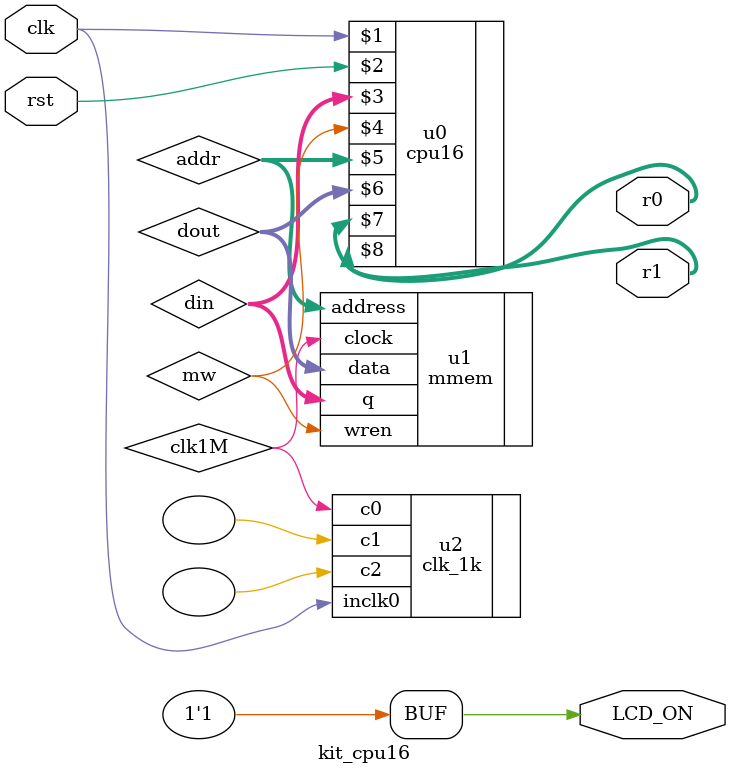
<source format=v>
module kit_cpu16 (clk, rst, r0, r1, LCD_ON);
	
	parameter bw = 16;
	
	input clk, rst;
	output [bw-1:0] r0, r1;
	output LCD_ON;
	wire mw;
	wire [bw-1:0] din, dout;
	wire [8:0] addr;
	wire clk1M;
	wire rstn;
	assign LCD_ON = 1'b1;

	assign rstn = ~rst;
	
	cpu16 #(bw) u0 (clk, rst, din, mw, addr, dout, r0, r1);
	
	clk_1k u2 (
	.inclk0(clk),	//50M
	.c0(clk1M),		//1M
	.c1(),		//10k
	.c2());	
	
	mmem u1 (
	.address(addr),
	.clock(clk1M),
	.data(dout),
	.wren(mw),
	.q(din));
	
endmodule

</source>
